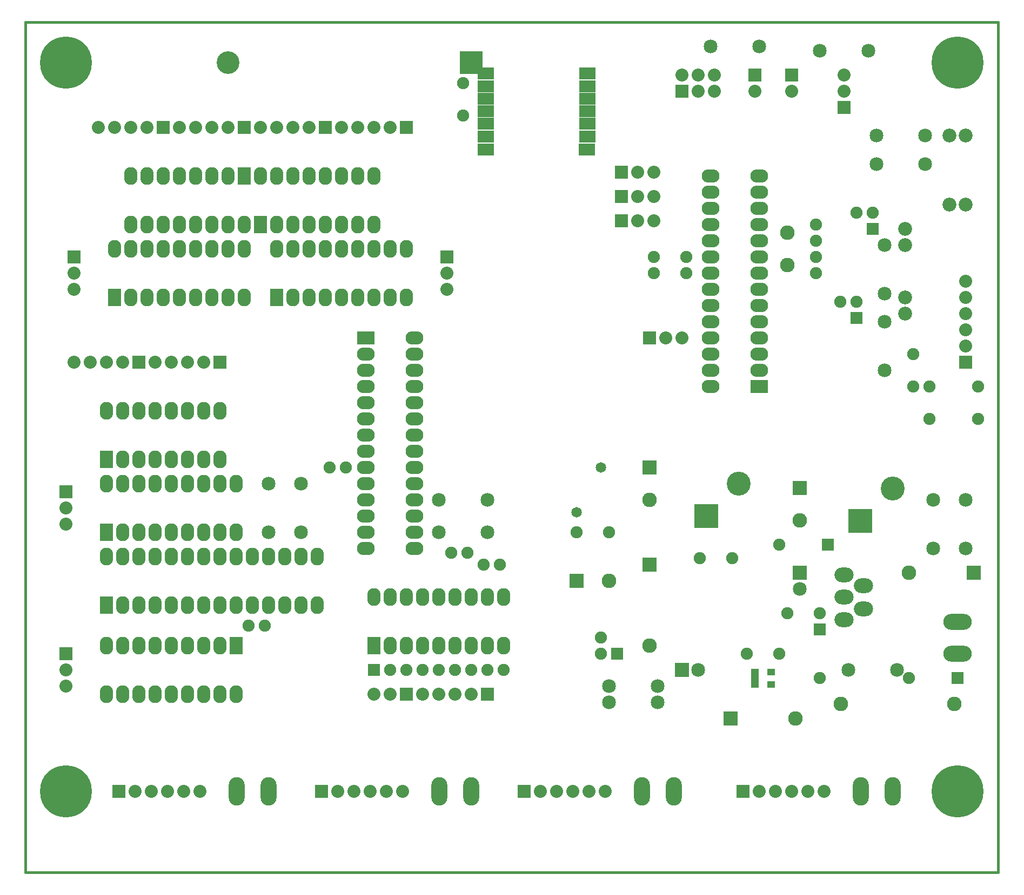
<source format=gts>
G04 (created by PCBNEW-RS274X (2011-05-25)-stable) date Mon 06 Aug 2012 12:34:40 PM MDT*
G01*
G70*
G90*
%MOIN*%
G04 Gerber Fmt 3.4, Leading zero omitted, Abs format*
%FSLAX34Y34*%
G04 APERTURE LIST*
%ADD10C,0.006000*%
%ADD11C,0.015000*%
%ADD12R,0.140000X0.140000*%
%ADD13C,0.140000*%
%ADD14R,0.080000X0.080000*%
%ADD15C,0.080000*%
%ADD16C,0.086000*%
%ADD17O,0.110000X0.082000*%
%ADD18R,0.110000X0.082000*%
%ADD19O,0.082000X0.110000*%
%ADD20R,0.082000X0.110000*%
%ADD21C,0.090000*%
%ADD22R,0.090000X0.090000*%
%ADD23R,0.075000X0.075000*%
%ADD24C,0.075000*%
%ADD25R,0.098700X0.075100*%
%ADD26O,0.176000X0.098000*%
%ADD27R,0.085000X0.085000*%
%ADD28C,0.085000*%
%ADD29R,0.050000X0.040000*%
%ADD30O,0.098000X0.176000*%
%ADD31O,0.118400X0.090900*%
%ADD32C,0.320000*%
%ADD33R,0.147600X0.147600*%
%ADD34C,0.147600*%
%ADD35C,0.065000*%
G04 APERTURE END LIST*
G54D10*
G54D11*
X28250Y-64750D02*
X28250Y-62500D01*
X88250Y-64750D02*
X88250Y-62500D01*
X88250Y-61250D02*
X88250Y-62500D01*
X28250Y-62500D02*
X28250Y-60750D01*
X28250Y-12250D02*
X28250Y-62250D01*
X88250Y-12250D02*
X28250Y-12250D01*
X88250Y-62250D02*
X88250Y-12250D01*
X28250Y-64750D02*
X88250Y-64750D01*
G54D12*
X55750Y-14750D03*
G54D13*
X40750Y-14750D03*
G54D14*
X65000Y-23000D03*
G54D15*
X66000Y-23000D03*
X67000Y-23000D03*
G54D14*
X65000Y-24500D03*
G54D15*
X66000Y-24500D03*
X67000Y-24500D03*
G54D14*
X65000Y-21500D03*
G54D15*
X66000Y-21500D03*
X67000Y-21500D03*
G54D14*
X34000Y-59750D03*
G54D15*
X35000Y-59750D03*
X36000Y-59750D03*
X37000Y-59750D03*
X38000Y-59750D03*
X39000Y-59750D03*
G54D14*
X46500Y-59750D03*
G54D15*
X47500Y-59750D03*
X48500Y-59750D03*
X49500Y-59750D03*
X50500Y-59750D03*
X51500Y-59750D03*
G54D16*
X85250Y-19250D03*
X86250Y-19250D03*
X86250Y-23500D03*
X85250Y-23500D03*
G54D17*
X49250Y-32750D03*
X49250Y-33750D03*
X49250Y-34750D03*
X49250Y-35750D03*
X49250Y-36750D03*
X49250Y-37750D03*
X49250Y-38750D03*
X49250Y-39750D03*
X49250Y-40750D03*
X49250Y-41750D03*
X49250Y-42750D03*
X49250Y-43750D03*
X49250Y-44750D03*
G54D18*
X49250Y-31750D03*
G54D17*
X52250Y-44750D03*
X52250Y-43750D03*
X52250Y-42750D03*
X52250Y-41750D03*
X52250Y-40750D03*
X52250Y-39750D03*
X52250Y-38750D03*
X52250Y-37750D03*
X52250Y-36750D03*
X52250Y-35750D03*
X52250Y-34750D03*
X52250Y-33750D03*
X52250Y-32750D03*
X52250Y-31750D03*
G54D19*
X34250Y-48250D03*
X35250Y-48250D03*
X36250Y-48250D03*
X37250Y-48250D03*
X38250Y-48250D03*
X39250Y-48250D03*
X40250Y-48250D03*
X41250Y-48250D03*
X42250Y-48250D03*
X43250Y-48250D03*
X44250Y-48250D03*
X45250Y-48250D03*
X46250Y-48250D03*
G54D20*
X33250Y-48250D03*
G54D19*
X46250Y-45250D03*
X45250Y-45250D03*
X44250Y-45250D03*
X43250Y-45250D03*
X42250Y-45250D03*
X41250Y-45250D03*
X40250Y-45250D03*
X39250Y-45250D03*
X38250Y-45250D03*
X37250Y-45250D03*
X36250Y-45250D03*
X35250Y-45250D03*
X34250Y-45250D03*
X33250Y-45250D03*
G54D20*
X49750Y-50750D03*
G54D19*
X50750Y-50750D03*
X51750Y-50750D03*
X52750Y-50750D03*
X53750Y-50750D03*
X54750Y-50750D03*
X55750Y-50750D03*
X56750Y-50750D03*
X57750Y-50750D03*
X57750Y-47750D03*
X56750Y-47750D03*
X55750Y-47750D03*
X54750Y-47750D03*
X53750Y-47750D03*
X52750Y-47750D03*
X51750Y-47750D03*
X50750Y-47750D03*
X49750Y-47750D03*
G54D21*
X82750Y-46250D03*
G54D22*
X86750Y-46250D03*
G54D23*
X85750Y-52750D03*
G54D24*
X82750Y-52750D03*
X69000Y-26750D03*
X67000Y-26750D03*
X74750Y-51250D03*
X72750Y-51250D03*
X55250Y-18000D03*
X55250Y-16000D03*
X77000Y-26750D03*
X77000Y-27750D03*
X69850Y-45350D03*
X71850Y-45350D03*
X77000Y-25750D03*
X77000Y-24750D03*
G54D14*
X59000Y-59750D03*
G54D15*
X60000Y-59750D03*
X61000Y-59750D03*
X62000Y-59750D03*
X63000Y-59750D03*
X64000Y-59750D03*
G54D22*
X66750Y-39750D03*
G54D21*
X66750Y-41750D03*
G54D24*
X83000Y-34750D03*
X83000Y-32750D03*
G54D21*
X66750Y-50750D03*
G54D22*
X66750Y-45750D03*
G54D21*
X75750Y-55250D03*
G54D22*
X71750Y-55250D03*
G54D23*
X77250Y-49750D03*
G54D24*
X77250Y-52750D03*
G54D23*
X77750Y-44500D03*
G54D24*
X74750Y-44500D03*
G54D14*
X72500Y-59750D03*
G54D15*
X73500Y-59750D03*
X74500Y-59750D03*
X75500Y-59750D03*
X76500Y-59750D03*
X77500Y-59750D03*
G54D25*
X62880Y-20093D03*
X62891Y-19305D03*
X62891Y-18518D03*
X62891Y-17750D03*
X62891Y-16982D03*
X62891Y-16195D03*
X62891Y-15407D03*
X56631Y-15407D03*
X56631Y-16195D03*
X56631Y-16982D03*
X56631Y-17750D03*
X56631Y-18518D03*
X56631Y-19305D03*
X56631Y-20093D03*
G54D17*
X73500Y-33750D03*
X73500Y-32750D03*
X73500Y-31750D03*
X73500Y-30750D03*
X73500Y-29750D03*
X73500Y-28750D03*
X73500Y-27750D03*
X73500Y-26750D03*
X73500Y-25750D03*
X73500Y-24750D03*
X73500Y-23750D03*
X73500Y-22750D03*
X73500Y-21750D03*
G54D18*
X73500Y-34750D03*
G54D17*
X70500Y-21750D03*
X70500Y-22750D03*
X70500Y-23750D03*
X70500Y-24750D03*
X70500Y-25750D03*
X70500Y-26750D03*
X70500Y-27750D03*
X70500Y-28750D03*
X70500Y-29750D03*
X70500Y-30750D03*
X70500Y-31750D03*
X70500Y-32750D03*
X70500Y-33750D03*
X70500Y-34750D03*
G54D14*
X68750Y-16500D03*
G54D15*
X68750Y-15500D03*
X69750Y-16500D03*
X69750Y-15500D03*
X70750Y-16500D03*
X70750Y-15500D03*
G54D24*
X87000Y-34750D03*
X87000Y-36750D03*
X84000Y-34750D03*
X84000Y-36750D03*
G54D26*
X85750Y-51240D03*
X85750Y-49270D03*
G54D27*
X68750Y-52250D03*
G54D28*
X69750Y-52250D03*
G54D22*
X62250Y-46750D03*
G54D21*
X64250Y-46750D03*
G54D24*
X64250Y-43750D03*
X62250Y-43750D03*
G54D22*
X76000Y-41000D03*
G54D21*
X76000Y-43000D03*
G54D27*
X76000Y-46250D03*
G54D28*
X76000Y-47250D03*
G54D24*
X75250Y-48750D03*
X77250Y-48750D03*
X67000Y-27750D03*
X69000Y-27750D03*
G54D28*
X67250Y-54250D03*
X64250Y-54250D03*
X64250Y-53250D03*
X67250Y-53250D03*
X86250Y-41750D03*
X86250Y-44750D03*
X84250Y-44750D03*
X84250Y-41750D03*
X45250Y-43750D03*
X45250Y-40750D03*
X70500Y-13750D03*
X73500Y-13750D03*
G54D23*
X64750Y-51250D03*
G54D24*
X63750Y-51250D03*
X63750Y-50250D03*
G54D29*
X73250Y-52375D03*
X73250Y-53125D03*
X74250Y-52375D03*
X73250Y-52750D03*
X74250Y-53125D03*
G54D21*
X75250Y-25250D03*
X75250Y-27250D03*
G54D20*
X43750Y-29250D03*
G54D19*
X44750Y-29250D03*
X45750Y-29250D03*
X46750Y-29250D03*
X47750Y-29250D03*
X48750Y-29250D03*
X49750Y-29250D03*
X50750Y-29250D03*
X51750Y-29250D03*
X51750Y-26250D03*
X50750Y-26250D03*
X49750Y-26250D03*
X48750Y-26250D03*
X47750Y-26250D03*
X46750Y-26250D03*
X45750Y-26250D03*
X44750Y-26250D03*
X43750Y-26250D03*
G54D20*
X33750Y-29250D03*
G54D19*
X34750Y-29250D03*
X35750Y-29250D03*
X36750Y-29250D03*
X37750Y-29250D03*
X38750Y-29250D03*
X39750Y-29250D03*
X40750Y-29250D03*
X41750Y-29250D03*
X41750Y-26250D03*
X40750Y-26250D03*
X39750Y-26250D03*
X38750Y-26250D03*
X37750Y-26250D03*
X36750Y-26250D03*
X35750Y-26250D03*
X34750Y-26250D03*
X33750Y-26250D03*
G54D20*
X33250Y-43750D03*
G54D19*
X34250Y-43750D03*
X35250Y-43750D03*
X36250Y-43750D03*
X37250Y-43750D03*
X38250Y-43750D03*
X39250Y-43750D03*
X40250Y-43750D03*
X41250Y-43750D03*
X41250Y-40750D03*
X40250Y-40750D03*
X39250Y-40750D03*
X38250Y-40750D03*
X37250Y-40750D03*
X36250Y-40750D03*
X35250Y-40750D03*
X34250Y-40750D03*
X33250Y-40750D03*
G54D20*
X41250Y-50750D03*
G54D19*
X40250Y-50750D03*
X39250Y-50750D03*
X38250Y-50750D03*
X37250Y-50750D03*
X36250Y-50750D03*
X35250Y-50750D03*
X34250Y-50750D03*
X33250Y-50750D03*
X33250Y-53750D03*
X34250Y-53750D03*
X35250Y-53750D03*
X36250Y-53750D03*
X37250Y-53750D03*
X38250Y-53750D03*
X39250Y-53750D03*
X40250Y-53750D03*
X41250Y-53750D03*
G54D28*
X83750Y-21000D03*
X80750Y-21000D03*
X83750Y-19250D03*
X80750Y-19250D03*
X53750Y-43750D03*
X56750Y-43750D03*
G54D30*
X41270Y-59750D03*
X43240Y-59750D03*
X79760Y-59750D03*
X81730Y-59750D03*
X53760Y-59750D03*
X55730Y-59750D03*
X66260Y-59750D03*
X68230Y-59750D03*
G54D20*
X41750Y-21750D03*
G54D19*
X40750Y-21750D03*
X39750Y-21750D03*
X38750Y-21750D03*
X37750Y-21750D03*
X36750Y-21750D03*
X35750Y-21750D03*
X34750Y-21750D03*
X34750Y-24750D03*
X35750Y-24750D03*
X36750Y-24750D03*
X37750Y-24750D03*
X38750Y-24750D03*
X39750Y-24750D03*
X40750Y-24750D03*
X41750Y-24750D03*
G54D20*
X42750Y-24750D03*
G54D19*
X43750Y-24750D03*
X44750Y-24750D03*
X45750Y-24750D03*
X46750Y-24750D03*
X47750Y-24750D03*
X48750Y-24750D03*
X49750Y-24750D03*
X49750Y-21750D03*
X48750Y-21750D03*
X47750Y-21750D03*
X46750Y-21750D03*
X45750Y-21750D03*
X44750Y-21750D03*
X43750Y-21750D03*
X42750Y-21750D03*
G54D14*
X86250Y-33250D03*
G54D15*
X86250Y-32250D03*
X86250Y-31250D03*
X86250Y-30250D03*
X86250Y-29250D03*
X86250Y-28250D03*
G54D31*
X78754Y-47750D03*
X78754Y-46372D03*
X78754Y-49128D03*
X79935Y-48459D03*
X79935Y-47041D03*
G54D32*
X30750Y-14750D03*
X85750Y-14750D03*
X30750Y-59750D03*
X85750Y-59750D03*
G54D23*
X49750Y-52250D03*
G54D24*
X50750Y-52250D03*
X51750Y-52250D03*
X52750Y-52250D03*
X53750Y-52250D03*
X54750Y-52250D03*
X55750Y-52250D03*
X56750Y-52250D03*
X57750Y-52250D03*
G54D28*
X81250Y-29000D03*
X81250Y-26000D03*
X81250Y-30750D03*
X81250Y-33750D03*
X53750Y-41750D03*
X56750Y-41750D03*
X43250Y-43750D03*
X43250Y-40750D03*
G54D14*
X51750Y-53750D03*
G54D15*
X50750Y-53750D03*
X49750Y-53750D03*
G54D14*
X54250Y-26750D03*
G54D15*
X54250Y-27750D03*
X54250Y-28750D03*
G54D14*
X31250Y-26750D03*
G54D15*
X31250Y-27750D03*
X31250Y-28750D03*
G54D14*
X30750Y-41250D03*
G54D15*
X30750Y-42250D03*
X30750Y-43250D03*
G54D14*
X30750Y-51250D03*
G54D15*
X30750Y-52250D03*
X30750Y-53250D03*
G54D16*
X82500Y-30250D03*
X82500Y-29250D03*
X82500Y-26000D03*
X82500Y-25000D03*
G54D20*
X33250Y-39250D03*
G54D19*
X34250Y-39250D03*
X35250Y-39250D03*
X36250Y-39250D03*
X37250Y-39250D03*
X38250Y-39250D03*
X39250Y-39250D03*
X40250Y-39250D03*
X40250Y-36250D03*
X39250Y-36250D03*
X38250Y-36250D03*
X37250Y-36250D03*
X36250Y-36250D03*
X35250Y-36250D03*
X34250Y-36250D03*
X33250Y-36250D03*
G54D14*
X41750Y-18750D03*
G54D15*
X40750Y-18750D03*
X39750Y-18750D03*
X38750Y-18750D03*
X37750Y-18750D03*
G54D14*
X51750Y-18750D03*
G54D15*
X50750Y-18750D03*
X49750Y-18750D03*
X48750Y-18750D03*
X47750Y-18750D03*
G54D14*
X56750Y-53750D03*
G54D15*
X55750Y-53750D03*
X54750Y-53750D03*
X53750Y-53750D03*
X52750Y-53750D03*
G54D14*
X40250Y-33250D03*
G54D15*
X39250Y-33250D03*
X38250Y-33250D03*
X37250Y-33250D03*
X36250Y-33250D03*
G54D23*
X79500Y-30500D03*
G54D24*
X79500Y-29500D03*
X78500Y-29500D03*
G54D23*
X80500Y-25000D03*
G54D24*
X80500Y-24000D03*
X79500Y-24000D03*
G54D14*
X75500Y-15500D03*
G54D15*
X75500Y-16500D03*
G54D14*
X73250Y-15500D03*
G54D15*
X73250Y-16500D03*
G54D14*
X36750Y-18750D03*
G54D15*
X35750Y-18750D03*
X34750Y-18750D03*
X33750Y-18750D03*
X32750Y-18750D03*
G54D14*
X46750Y-18750D03*
G54D15*
X45750Y-18750D03*
X44750Y-18750D03*
X43750Y-18750D03*
X42750Y-18750D03*
G54D14*
X35250Y-33250D03*
G54D15*
X34250Y-33250D03*
X33250Y-33250D03*
X32250Y-33250D03*
X31250Y-33250D03*
G54D28*
X77250Y-14000D03*
X80250Y-14000D03*
G54D14*
X66750Y-31750D03*
G54D15*
X67750Y-31750D03*
X68750Y-31750D03*
G54D14*
X78750Y-17500D03*
G54D15*
X78750Y-16500D03*
X78750Y-15500D03*
G54D21*
X78550Y-54350D03*
X85550Y-54350D03*
G54D33*
X70250Y-42750D03*
G54D34*
X72250Y-40750D03*
G54D33*
X79750Y-43050D03*
G54D34*
X81750Y-41050D03*
G54D24*
X42000Y-49500D03*
X43000Y-49500D03*
X48000Y-39750D03*
X47000Y-39750D03*
X54500Y-45000D03*
X55500Y-45000D03*
X56500Y-45750D03*
X57500Y-45750D03*
G54D28*
X79000Y-52250D03*
X82000Y-52250D03*
G54D35*
X63750Y-39750D03*
X62250Y-42500D03*
M02*

</source>
